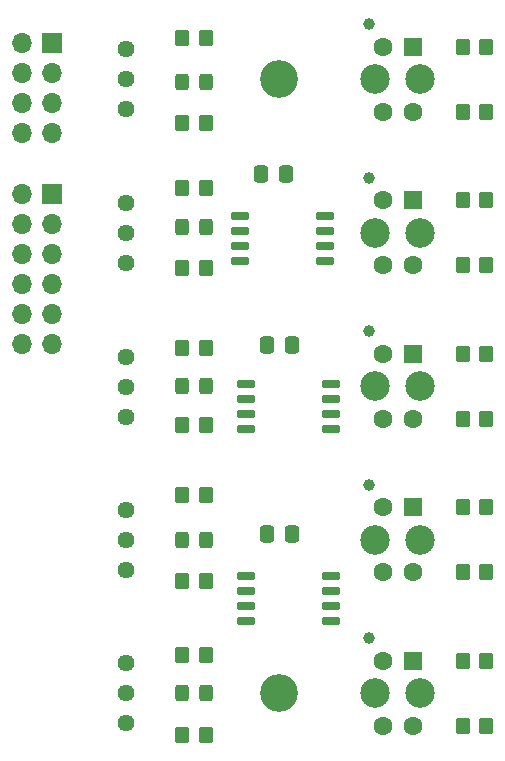
<source format=gbs>
G04 #@! TF.GenerationSoftware,KiCad,Pcbnew,(6.0.8)*
G04 #@! TF.CreationDate,2022-11-14T23:42:09+02:00*
G04 #@! TF.ProjectId,line_sensor_encoder,6c696e65-5f73-4656-9e73-6f725f656e63,rev?*
G04 #@! TF.SameCoordinates,Original*
G04 #@! TF.FileFunction,Soldermask,Bot*
G04 #@! TF.FilePolarity,Negative*
%FSLAX46Y46*%
G04 Gerber Fmt 4.6, Leading zero omitted, Abs format (unit mm)*
G04 Created by KiCad (PCBNEW (6.0.8)) date 2022-11-14 23:42:09*
%MOMM*%
%LPD*%
G01*
G04 APERTURE LIST*
G04 Aperture macros list*
%AMRoundRect*
0 Rectangle with rounded corners*
0 $1 Rounding radius*
0 $2 $3 $4 $5 $6 $7 $8 $9 X,Y pos of 4 corners*
0 Add a 4 corners polygon primitive as box body*
4,1,4,$2,$3,$4,$5,$6,$7,$8,$9,$2,$3,0*
0 Add four circle primitives for the rounded corners*
1,1,$1+$1,$2,$3*
1,1,$1+$1,$4,$5*
1,1,$1+$1,$6,$7*
1,1,$1+$1,$8,$9*
0 Add four rect primitives between the rounded corners*
20,1,$1+$1,$2,$3,$4,$5,0*
20,1,$1+$1,$4,$5,$6,$7,0*
20,1,$1+$1,$6,$7,$8,$9,0*
20,1,$1+$1,$8,$9,$2,$3,0*%
G04 Aperture macros list end*
%ADD10C,2.500000*%
%ADD11C,1.000000*%
%ADD12R,1.600000X1.600000*%
%ADD13C,1.600000*%
%ADD14RoundRect,0.150000X0.650000X0.150000X-0.650000X0.150000X-0.650000X-0.150000X0.650000X-0.150000X0*%
%ADD15RoundRect,0.250000X0.350000X0.450000X-0.350000X0.450000X-0.350000X-0.450000X0.350000X-0.450000X0*%
%ADD16RoundRect,0.250000X0.325000X0.450000X-0.325000X0.450000X-0.325000X-0.450000X0.325000X-0.450000X0*%
%ADD17RoundRect,0.250000X0.337500X0.475000X-0.337500X0.475000X-0.337500X-0.475000X0.337500X-0.475000X0*%
%ADD18C,1.440000*%
%ADD19C,3.200000*%
%ADD20RoundRect,0.250000X-0.350000X-0.450000X0.350000X-0.450000X0.350000X0.450000X-0.350000X0.450000X0*%
%ADD21R,1.700000X1.700000*%
%ADD22O,1.700000X1.700000*%
G04 APERTURE END LIST*
D10*
X148100000Y-152000000D03*
X151900000Y-152000000D03*
D11*
X147550000Y-147350000D03*
D12*
X151270000Y-149250000D03*
D13*
X148730000Y-149250000D03*
X148730000Y-154750000D03*
X151270000Y-154750000D03*
D11*
X147550000Y-121350000D03*
D10*
X151900000Y-126000000D03*
X148100000Y-126000000D03*
D12*
X151270000Y-123250000D03*
D13*
X148730000Y-123250000D03*
X148730000Y-128750000D03*
X151270000Y-128750000D03*
D10*
X148100000Y-139000000D03*
X151900000Y-139000000D03*
D11*
X147550000Y-134350000D03*
D12*
X151270000Y-136250000D03*
D13*
X148730000Y-136250000D03*
X148730000Y-141750000D03*
X151270000Y-141750000D03*
D10*
X151900000Y-113000000D03*
D11*
X147550000Y-108350000D03*
D10*
X148100000Y-113000000D03*
D12*
X151270000Y-110250000D03*
D13*
X148730000Y-110250000D03*
X148730000Y-115750000D03*
X151270000Y-115750000D03*
D11*
X147550000Y-95350000D03*
D10*
X148100000Y-100000000D03*
X151900000Y-100000000D03*
D12*
X151270000Y-97250000D03*
D13*
X148730000Y-97250000D03*
X148730000Y-102750000D03*
X151270000Y-102750000D03*
D14*
X144350000Y-142095000D03*
X144350000Y-143365000D03*
X144350000Y-144635000D03*
X144350000Y-145905000D03*
X137150000Y-145905000D03*
X137150000Y-144635000D03*
X137150000Y-143365000D03*
X137150000Y-142095000D03*
D15*
X157500000Y-123250000D03*
X155500000Y-123250000D03*
X157500000Y-149250000D03*
X155500000Y-149250000D03*
X133750000Y-148750000D03*
X131750000Y-148750000D03*
X157500000Y-110250000D03*
X155500000Y-110250000D03*
D16*
X133775000Y-126000000D03*
X131725000Y-126000000D03*
D17*
X141037500Y-122500000D03*
X138962500Y-122500000D03*
D18*
X127000000Y-136460000D03*
X127000000Y-139000000D03*
X127000000Y-141540000D03*
D17*
X141037500Y-138500000D03*
X138962500Y-138500000D03*
D14*
X143850000Y-111595000D03*
X143850000Y-112865000D03*
X143850000Y-114135000D03*
X143850000Y-115405000D03*
X136650000Y-115405000D03*
X136650000Y-114135000D03*
X136650000Y-112865000D03*
X136650000Y-111595000D03*
D15*
X133750000Y-96500000D03*
X131750000Y-96500000D03*
X133750000Y-135250000D03*
X131750000Y-135250000D03*
D18*
X127000000Y-123500000D03*
X127000000Y-126040000D03*
X127000000Y-128580000D03*
D19*
X140000000Y-152000000D03*
D18*
X127000000Y-97460000D03*
X127000000Y-100000000D03*
X127000000Y-102540000D03*
D16*
X133775000Y-100250000D03*
X131725000Y-100250000D03*
D15*
X157500000Y-154750000D03*
X155500000Y-154750000D03*
X157500000Y-141750000D03*
X155500000Y-141750000D03*
X157500000Y-115750000D03*
X155500000Y-115750000D03*
X133750000Y-122750000D03*
X131750000Y-122750000D03*
D20*
X131750000Y-129250000D03*
X133750000Y-129250000D03*
D18*
X127000000Y-110460000D03*
X127000000Y-113000000D03*
X127000000Y-115540000D03*
D16*
X133775000Y-139000000D03*
X131725000Y-139000000D03*
D19*
X140000000Y-100000000D03*
D14*
X144350000Y-125845000D03*
X144350000Y-127115000D03*
X144350000Y-128385000D03*
X144350000Y-129655000D03*
X137150000Y-129655000D03*
X137150000Y-128385000D03*
X137150000Y-127115000D03*
X137150000Y-125845000D03*
D15*
X133750000Y-109250000D03*
X131750000Y-109250000D03*
D21*
X120775000Y-96950000D03*
D22*
X118235000Y-96950000D03*
X120775000Y-99490000D03*
X118235000Y-99490000D03*
X120775000Y-102030000D03*
X118235000Y-102030000D03*
X120775000Y-104570000D03*
X118235000Y-104570000D03*
D17*
X140537500Y-108000000D03*
X138462500Y-108000000D03*
D20*
X131750000Y-116000000D03*
X133750000Y-116000000D03*
D15*
X157500000Y-128750000D03*
X155500000Y-128750000D03*
D16*
X133775000Y-112500000D03*
X131725000Y-112500000D03*
D20*
X131750000Y-103750000D03*
X133750000Y-103750000D03*
D15*
X157500000Y-136250000D03*
X155500000Y-136250000D03*
D21*
X120750000Y-109750000D03*
D22*
X118210000Y-109750000D03*
X120750000Y-112290000D03*
X118210000Y-112290000D03*
X120750000Y-114830000D03*
X118210000Y-114830000D03*
X120750000Y-117370000D03*
X118210000Y-117370000D03*
X120750000Y-119910000D03*
X118210000Y-119910000D03*
X120750000Y-122450000D03*
X118210000Y-122450000D03*
D16*
X133775000Y-152000000D03*
X131725000Y-152000000D03*
D20*
X131750000Y-155500000D03*
X133750000Y-155500000D03*
D15*
X157500000Y-102750000D03*
X155500000Y-102750000D03*
D18*
X127000000Y-149460000D03*
X127000000Y-152000000D03*
X127000000Y-154540000D03*
D20*
X131750000Y-142500000D03*
X133750000Y-142500000D03*
D15*
X157500000Y-97250000D03*
X155500000Y-97250000D03*
M02*

</source>
